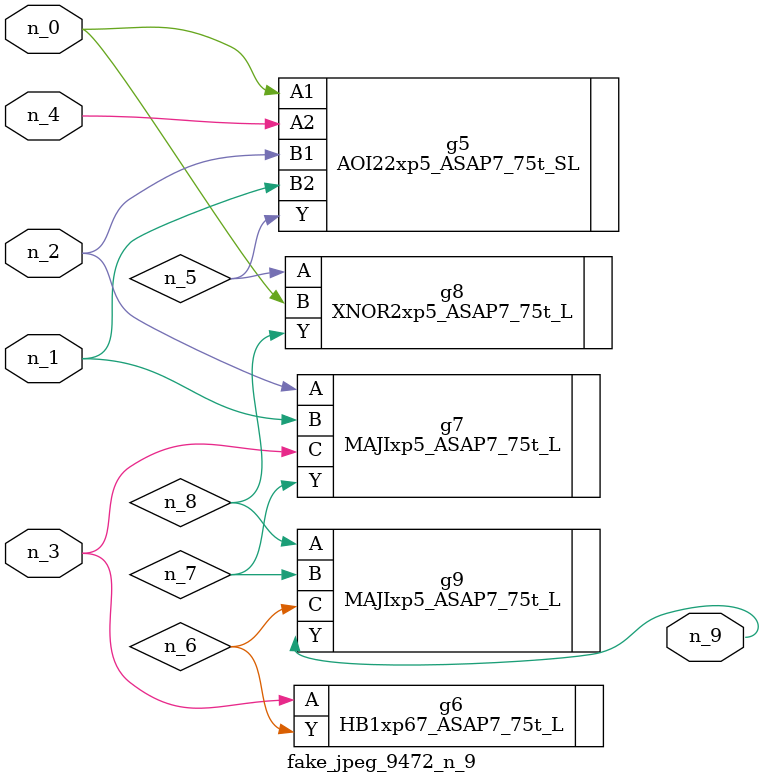
<source format=v>
module fake_jpeg_9472_n_9 (n_3, n_2, n_1, n_0, n_4, n_9);

input n_3;
input n_2;
input n_1;
input n_0;
input n_4;

output n_9;

wire n_8;
wire n_6;
wire n_5;
wire n_7;

AOI22xp5_ASAP7_75t_SL g5 ( 
.A1(n_0),
.A2(n_4),
.B1(n_2),
.B2(n_1),
.Y(n_5)
);

HB1xp67_ASAP7_75t_L g6 ( 
.A(n_3),
.Y(n_6)
);

MAJIxp5_ASAP7_75t_L g7 ( 
.A(n_2),
.B(n_1),
.C(n_3),
.Y(n_7)
);

XNOR2xp5_ASAP7_75t_L g8 ( 
.A(n_5),
.B(n_0),
.Y(n_8)
);

MAJIxp5_ASAP7_75t_L g9 ( 
.A(n_8),
.B(n_7),
.C(n_6),
.Y(n_9)
);


endmodule
</source>
